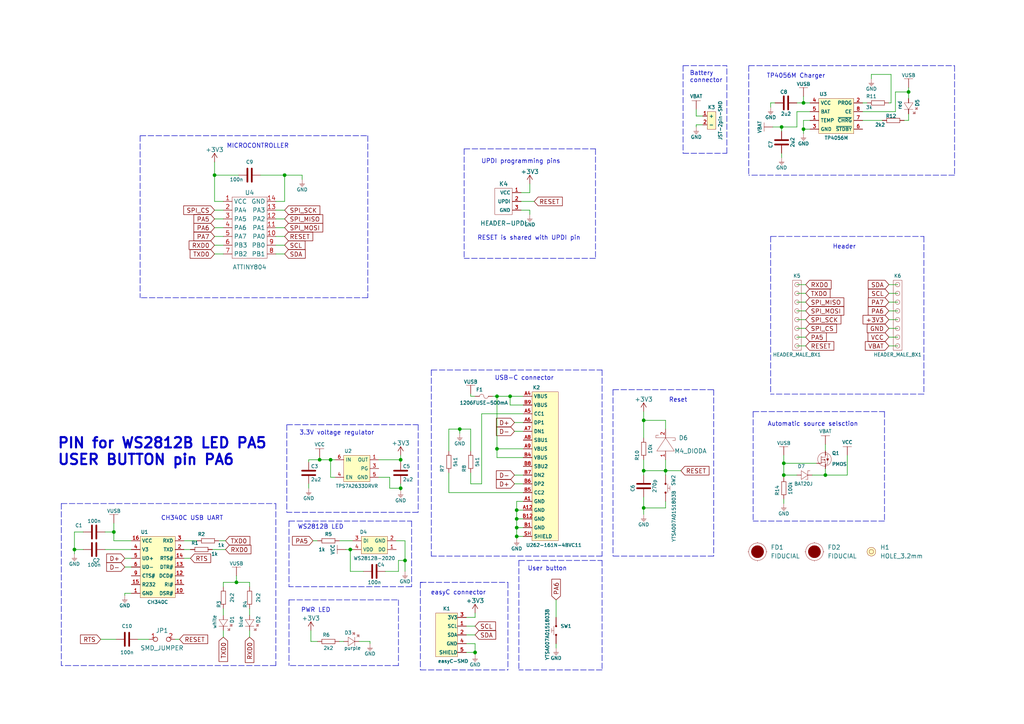
<source format=kicad_sch>
(kicad_sch (version 20211123) (generator eeschema)
  (paper "A4")
  (title_block (title "Dasduino LITE") (date "2021-09-23") (rev "V1.1.1.") (company "SOLDERED") (comment 1 "333008"))
  (lib_symbols
    (symbol "e-radionica.com schematics:0402LED" (pin_numbers hide) (pin_names (offset 0.254) hide)
      (property "Reference" "D" (at -0.635 2.54 0))
      (property "Value" "0402LED" (at 0 -2.54 0))
      (symbol "0402LED_1_1"
        (pin passive line (at -1.905 0 0) (length 1.27) (name "A") (number "1"))
        (pin passive line (at 2.54 0 180) (length 1.27) (name "K") (number "2"))
      )
    )
    (symbol "e-radionica.com schematics:0402LED_1" (pin_numbers hide) (pin_names (offset 0.254) hide)
      (property "Reference" "D" (at -0.635 2.54 0))
      (property "Value" "0402LED" (at 0 -2.54 0))
      (symbol "0402LED_1_1_1"
        (pin passive line (at -1.905 0 0) (length 1.27) (name "A") (number "1"))
        (pin passive line (at 2.54 0 180) (length 1.27) (name "K") (number "2"))
      )
    )
    (symbol "e-radionica.com schematics:0402LED_3" (pin_numbers hide) (pin_names (offset 0.254) hide)
      (property "Reference" "D" (at -0.635 2.54 0))
      (property "Value" "0402LED" (at 0 -2.54 0))
      (symbol "0402LED_3_1_1"
        (pin passive line (at -1.905 0 0) (length 1.27) (name "A") (number "1"))
        (pin passive line (at 2.54 0 180) (length 1.27) (name "K") (number "2"))
      )
    )
    (symbol "e-radionica.com schematics:0402R" (pin_numbers hide) (pin_names (offset 0.254))
      (property "Reference" "R" (at -1.905 1.27 0))
      (property "Value" "0402R" (at 0 -1.27 0))
      (symbol "0402R_1_1"
        (pin passive line (at -3.175 0 0) (length 1.27) (name "~") (number "1"))
        (pin passive line (at 3.175 0 180) (length 1.27) (name "~") (number "2"))
      )
    )
    (symbol "e-radionica.com schematics:0402R_1" (pin_numbers hide) (pin_names (offset 0.254))
      (property "Reference" "R" (at -1.905 1.27 0))
      (property "Value" "0402R" (at 0 -1.27 0))
      (symbol "0402R_1_1_1"
        (pin passive line (at -3.175 0 0) (length 1.27) (name "~") (number "1"))
        (pin passive line (at 3.175 0 180) (length 1.27) (name "~") (number "2"))
      )
    )
    (symbol "e-radionica.com schematics:0402R_2" (pin_numbers hide) (pin_names (offset 0.254))
      (property "Reference" "R" (at -1.905 1.27 0))
      (property "Value" "0402R" (at 0 -1.27 0))
      (symbol "0402R_2_1_1"
        (pin passive line (at -3.175 0 0) (length 1.27) (name "~") (number "1"))
        (pin passive line (at 3.175 0 180) (length 1.27) (name "~") (number "2"))
      )
    )
    (symbol "e-radionica.com schematics:0603C" (pin_numbers hide) (pin_names (offset 0.002))
      (property "Reference" "C" (at -0.635 3.175 0))
      (property "Value" "0603C" (at 0 -3.175 0))
      (symbol "0603C_1_1"
        (pin passive line (at -3.175 0 0) (length 2.54) (name "~") (number "1"))
        (pin passive line (at 3.175 0 180) (length 2.54) (name "~") (number "2"))
      )
    )
    (symbol "e-radionica.com schematics:0603C_3" (pin_numbers hide) (pin_names (offset 0.002))
      (property "Reference" "C" (at -0.635 3.175 0))
      (property "Value" "0603C" (at 0 -3.175 0))
      (symbol "0603C_3_1_1"
        (pin passive line (at -3.175 0 0) (length 2.54) (name "~") (number "1"))
        (pin passive line (at 3.175 0 180) (length 2.54) (name "~") (number "2"))
      )
    )
    (symbol "e-radionica.com schematics:0603C_4" (pin_numbers hide) (pin_names (offset 0.002))
      (property "Reference" "C" (at -0.635 3.175 0))
      (property "Value" "0603C" (at 0 -3.175 0))
      (symbol "0603C_4_1_1"
        (pin passive line (at -3.175 0 0) (length 2.54) (name "~") (number "1"))
        (pin passive line (at 3.175 0 180) (length 2.54) (name "~") (number "2"))
      )
    )
    (symbol "e-radionica.com schematics:0603C_5" (pin_numbers hide) (pin_names (offset 0.002))
      (property "Reference" "C" (at -0.635 3.175 0))
      (property "Value" "0603C" (at 0 -3.175 0))
      (symbol "0603C_5_1_1"
        (pin passive line (at -3.175 0 0) (length 2.54) (name "~") (number "1"))
        (pin passive line (at 3.175 0 180) (length 2.54) (name "~") (number "2"))
      )
    )
    (symbol "e-radionica.com schematics:0603R" (pin_numbers hide) (pin_names (offset 0.254))
      (property "Reference" "R" (at -1.905 1.905 0))
      (property "Value" "0603R" (at 0 -1.905 0))
      (symbol "0603R_1_1"
        (pin passive line (at -3.175 0 0) (length 1.27) (name "~") (number "1"))
        (pin passive line (at 3.175 0 180) (length 1.27) (name "~") (number "2"))
      )
    )
    (symbol "e-radionica.com schematics:0603R_1" (pin_numbers hide) (pin_names (offset 0.254))
      (property "Reference" "R" (at -1.905 1.905 0))
      (property "Value" "0603R" (at 0 -1.905 0))
      (symbol "0603R_1_1_1"
        (pin passive line (at -3.175 0 0) (length 1.27) (name "~") (number "1"))
        (pin passive line (at 3.175 0 180) (length 1.27) (name "~") (number "2"))
      )
    )
    (symbol "e-radionica.com schematics:0603R_2" (pin_numbers hide) (pin_names (offset 0.254))
      (property "Reference" "R" (at -1.905 1.905 0))
      (property "Value" "0603R" (at 0 -1.905 0))
      (symbol "0603R_2_1_1"
        (pin passive line (at -3.175 0 0) (length 1.27) (name "~") (number "1"))
        (pin passive line (at 3.175 0 180) (length 1.27) (name "~") (number "2"))
      )
    )
    (symbol "e-radionica.com schematics:0603R_3" (pin_numbers hide) (pin_names (offset 0.254))
      (property "Reference" "R" (at -1.905 1.905 0))
      (property "Value" "0603R" (at 0 -1.905 0))
      (symbol "0603R_3_1_1"
        (pin passive line (at -3.175 0 0) (length 1.27) (name "~") (number "1"))
        (pin passive line (at 3.175 0 180) (length 1.27) (name "~") (number "2"))
      )
    )
    (symbol "e-radionica.com schematics:0603R_4" (pin_numbers hide) (pin_names (offset 0.254))
      (property "Reference" "R" (at -1.905 1.905 0))
      (property "Value" "0603R" (at 0 -1.905 0))
      (symbol "0603R_4_1_1"
        (pin passive line (at -3.175 0 0) (length 1.27) (name "~") (number "1"))
        (pin passive line (at 3.175 0 180) (length 1.27) (name "~") (number "2"))
      )
    )
    (symbol "e-radionica.com schematics:0603R_5" (pin_numbers hide) (pin_names (offset 0.254))
      (property "Reference" "R" (at -1.905 1.905 0))
      (property "Value" "0603R" (at 0 -1.905 0))
      (symbol "0603R_5_1_1"
        (pin passive line (at -3.175 0 0) (length 1.27) (name "~") (number "1"))
        (pin passive line (at 3.175 0 180) (length 1.27) (name "~") (number "2"))
      )
    )
    (symbol "e-radionica.com schematics:1206FUSE" (pin_numbers hide) (pin_names hide)
      (property "Reference" "F" (at -1.27 1.905 0))
      (property "Value" "1206FUSE" (at 0 -1.905 0))
      (symbol "1206FUSE_1_1"
        (pin passive line (at -2.54 0 0) (length 1.27) (name "~") (number "1"))
        (pin passive line (at 2.54 0 180) (length 1.27) (name "~") (number "2"))
      )
    )
    (symbol "e-radionica.com schematics:ATTINY1604-SSNR"
      (property "Reference" "U" (at 0 10.16 0))
      (property "Value" "ATTINY1604-SSNR" (at 0 -10.16 0))
      (symbol "ATTINY1604-SSNR_1_1"
        (pin passive line (at -7.62 7.62 0) (length 2.54) (name "VCC") (number "1"))
        (pin passive line (at 7.62 -2.54 180) (length 2.54) (name "PA0") (number "10"))
        (pin passive line (at 7.62 0 180) (length 2.54) (name "PA1") (number "11"))
        (pin passive line (at 7.62 2.54 180) (length 2.54) (name "PA2") (number "12"))
        (pin passive line (at 7.62 5.08 180) (length 2.54) (name "PA3") (number "13"))
        (pin passive line (at 7.62 7.62 180) (length 2.54) (name "GND") (number "14"))
        (pin passive line (at -7.62 5.08 0) (length 2.54) (name "PA4") (number "2"))
        (pin passive line (at -7.62 2.54 0) (length 2.54) (name "PA5") (number "3"))
        (pin passive line (at -7.62 0 0) (length 2.54) (name "PA6") (number "4"))
        (pin passive line (at -7.62 -2.54 0) (length 2.54) (name "PA7") (number "5"))
        (pin passive line (at -7.62 -5.08 0) (length 2.54) (name "PB3") (number "6"))
        (pin passive line (at -7.62 -7.62 0) (length 2.54) (name "PB2") (number "7"))
        (pin passive line (at 7.62 -7.62 180) (length 2.54) (name "PB1") (number "8"))
        (pin passive line (at 7.62 -5.08 180) (length 2.54) (name "PB0") (number "9"))
      )
    )
    (symbol "e-radionica.com schematics:BAT20J" (pin_numbers hide) (pin_names hide)
      (property "Reference" "D" (at 0 2.54 0))
      (property "Value" "BAT20J" (at 0 -2.54 0))
      (symbol "BAT20J_1_1"
        (pin passive line (at -1.905 0 0) (length 1.27) (name "A") (number "1"))
        (pin passive line (at 2.54 0 180) (length 1.27) (name "K") (number "2"))
      )
    )
    (symbol "e-radionica.com schematics:CH340C"
      (property "Reference" "U" (at -3.81 10.16 0))
      (property "Value" "CH340C" (at 0 -10.16 0))
      (symbol "CH340C_1_1"
        (pin passive line (at -7.62 -7.62 0) (length 2.54) (name "GND") (number "1"))
        (pin passive line (at 7.62 -7.62 180) (length 2.54) (name "DSR#") (number "10"))
        (pin passive line (at 7.62 -5.08 180) (length 2.54) (name "RI#") (number "11"))
        (pin passive line (at 7.62 -2.54 180) (length 2.54) (name "DCD#") (number "12"))
        (pin passive line (at 7.62 0 180) (length 2.54) (name "DTR#") (number "13"))
        (pin passive line (at 7.62 2.54 180) (length 2.54) (name "RTS#") (number "14"))
        (pin passive line (at -7.62 -5.08 0) (length 2.54) (name "R232") (number "15"))
        (pin passive line (at -7.62 7.62 0) (length 2.54) (name "VCC") (number "16"))
        (pin passive line (at 7.62 5.08 180) (length 2.54) (name "TXD") (number "2"))
        (pin passive line (at 7.62 7.62 180) (length 2.54) (name "RXD") (number "3"))
        (pin passive line (at -7.62 5.08 0) (length 2.54) (name "V3") (number "4"))
        (pin passive line (at -7.62 2.54 0) (length 2.54) (name "UD+") (number "5"))
        (pin passive line (at -7.62 0 0) (length 2.54) (name "UD-") (number "6"))
        (pin passive line (at -7.62 -2.54 0) (length 2.54) (name "CTS#") (number "9"))
      )
    )
    (symbol "e-radionica.com schematics:FIDUCIAL" (in_bom no)
      (property "Reference" "FD" (at 0 3.81 0))
      (property "Value" "FIDUCIAL" (at 0 -3.81 0))
    )
    (symbol "e-radionica.com schematics:GND" (power) (pin_names (offset 0))
      (property "Value" "GND" (at 0 -2.921 0))
      (symbol "GND_1_1"
        (pin power_in line (at 0 0 270) (length 0) hide (name "GND") (number "1"))
      )
    )
    (symbol "e-radionica.com schematics:GND_1" (power) (pin_names (offset 0))
      (property "Value" "GND" (at 0 -2.921 0))
      (symbol "GND_1_1_1"
        (pin power_in line (at 0 0 270) (length 0) hide (name "GND") (number "1"))
      )
    )
    (symbol "e-radionica.com schematics:GND_2" (power) (pin_names (offset 0))
      (property "Value" "GND" (at 0 -2.921 0))
      (symbol "GND_2_1_1"
        (pin power_in line (at 0 0 270) (length 0) hide (name "GND") (number "1"))
      )
    )
    (symbol "e-radionica.com schematics:GND_3" (power) (pin_names (offset 0))
      (property "Value" "GND" (at 0 -2.921 0))
      (symbol "GND_3_1_1"
        (pin power_in line (at 0 0 270) (length 0) hide (name "GND") (number "1"))
      )
    )
    (symbol "e-radionica.com schematics:GND_4" (power) (pin_names (offset 0))
      (property "Value" "GND" (at 0 -2.921 0))
      (symbol "GND_4_1_1"
        (pin power_in line (at 0 0 270) (length 0) hide (name "GND") (number "1"))
      )
    )
    (symbol "e-radionica.com schematics:GND_5" (power) (pin_names (offset 0))
      (property "Value" "GND" (at 0 -2.921 0))
      (symbol "GND_5_1_1"
        (pin power_in line (at 0 0 270) (length 0) hide (name "GND") (number "1"))
      )
    )
    (symbol "e-radionica.com schematics:GND_7" (power) (pin_names (offset 0))
      (property "Value" "GND" (at 0 -2.921 0))
      (symbol "GND_7_1_1"
        (pin power_in line (at 0 0 270) (length 0) hide (name "GND") (number "1"))
      )
    )
    (symbol "e-radionica.com schematics:GND_8" (power) (pin_names (offset 0))
      (property "Value" "GND" (at 0 -2.921 0))
      (symbol "GND_8_1_1"
        (pin power_in line (at 0 0 270) (length 0) hide (name "GND") (number "1"))
      )
    )
    (symbol "e-radionica.com schematics:HEADER-UPDI"
      (property "Reference" "K" (at -1.27 5.08 0))
      (property "Value" "HEADER-UPDI" (at 0 -5.08 0))
      (symbol "HEADER-UPDI_1_1"
        (pin power_in line (at 5.08 2.54 180) (length 2.54) (name "VCC") (number "1"))
        (pin bidirectional line (at 5.08 0 180) (length 2.54) (name "UPDI") (number "2"))
        (pin power_in line (at 5.08 -2.54 180) (length 2.54) (name "GND") (number "3"))
      )
    )
    (symbol "e-radionica.com schematics:HEADER_MALE_8X1" (pin_numbers hide) (pin_names hide)
      (property "Reference" "K" (at -0.635 12.7 0))
      (property "Value" "HEADER_MALE_8X1" (at 0.635 -10.16 0))
      (symbol "HEADER_MALE_8X1_1_1"
        (pin passive line (at 0 -7.62 180) (length 0) (name "~") (number "1"))
        (pin passive line (at 0 -5.08 180) (length 0) (name "~") (number "2"))
        (pin passive line (at 0 -2.54 180) (length 0) (name "~") (number "3"))
        (pin passive line (at 0 0 180) (length 0) (name "~") (number "4"))
        (pin passive line (at 0 2.54 180) (length 0) (name "~") (number "5"))
        (pin passive line (at 0 5.08 180) (length 0) (name "~") (number "6"))
        (pin passive line (at 0 7.62 180) (length 0) (name "~") (number "7"))
        (pin passive line (at 0 10.16 180) (length 0) (name "~") (number "8"))
      )
    )
    (symbol "e-radionica.com schematics:HOLE_3.2mm" (pin_numbers hide) (pin_names hide)
      (property "Reference" "H" (at 0 2.54 0))
      (property "Value" "HOLE_3.2mm" (at 0 -2.54 0))
    )
    (symbol "e-radionica.com schematics:JST-2pin-SMD"
      (property "Reference" "K" (at -1.27 5.08 0))
      (property "Value" "JST-2pin-SMD" (at 0 -2.54 0))
      (symbol "JST-2pin-SMD_1_1"
        (pin passive line (at 1.27 0 180) (length 1.27) (name "+") (number "1"))
        (pin passive line (at 1.27 2.54 180) (length 1.27) (name "-") (number "2"))
      )
    )
    (symbol "e-radionica.com schematics:M4_DIODA" (pin_names hide)
      (property "Reference" "D" (at 0 3.81 0))
      (property "Value" "M4_DIODA" (at 0 -4.572 0))
      (symbol "M4_DIODA_1_1"
        (pin passive line (at -5.08 0 0) (length 2.54) (name "A") (number "1"))
        (pin passive line (at 3.81 0 180) (length 2.54) (name "K") (number "2"))
      )
    )
    (symbol "e-radionica.com schematics:PMOS-SOT-23-3" (pin_numbers hide) (pin_names hide)
      (property "Reference" "Q" (at -0.762 3.302 0))
      (property "Value" "PMOS-SOT-23-3" (at 0.381 -4.064 0))
      (symbol "PMOS-SOT-23-3_1_1"
        (pin passive line (at -1.27 -1.016 0) (length 1.27) (name "G") (number "1"))
        (pin passive line (at 1.27 -2.54 90) (length 1.27) (name "S") (number "2"))
        (pin passive line (at 1.27 2.54 270) (length 1.27) (name "D") (number "3"))
      )
    )
    (symbol "e-radionica.com schematics:SMD_JUMPER"
      (property "Reference" "JP" (at 0 1.397 0))
      (property "Value" "SMD_JUMPER" (at 0.508 -3.048 0))
      (symbol "SMD_JUMPER_1_1"
        (pin passive inverted (at -3.81 0 0) (length 2.54) (name "") (number "1"))
        (pin passive inverted (at 3.81 0 180) (length 2.54) (name "") (number "2"))
      )
    )
    (symbol "e-radionica.com schematics:TP4056M"
      (property "Reference" "U" (at -3.81 5.08 0))
      (property "Value" "TP4056M" (at 0 -7.62 0))
      (symbol "TP4056M_1_1"
        (pin passive line (at -7.62 -2.54 0) (length 2.54) (name "TEMP") (number "1"))
        (pin passive line (at 7.62 2.54 180) (length 2.54) (name "PROG") (number "2"))
        (pin passive line (at -7.62 -5.08 0) (length 2.54) (name "GND") (number "3"))
        (pin passive line (at -7.62 2.54 0) (length 2.54) (name "VCC") (number "4"))
        (pin passive line (at -7.62 0 0) (length 2.54) (name "BAT") (number "5"))
        (pin passive line (at 7.62 -5.08 180) (length 2.54) (name "~{STDBY}") (number "6"))
        (pin passive line (at 7.62 -2.54 180) (length 2.54) (name "~{CHRG}") (number "7"))
        (pin passive line (at 7.62 0 180) (length 2.54) (name "CE") (number "8"))
      )
    )
    (symbol "e-radionica.com schematics:TPS7A2633DRVR"
      (property "Reference" "U" (at -3.175 5.08 0))
      (property "Value" "TPS7A2633DRVR" (at 0 -5.08 0))
      (symbol "TPS7A2633DRVR_1_1"
        (pin passive line (at 6.35 2.54 180) (length 2.54) (name "OUT") (number "1"))
        (pin passive line (at 6.35 0 180) (length 2.54) (name "PG") (number "3"))
        (pin passive line (at -6.35 -2.54 0) (length 2.54) (name "EN") (number "4"))
        (pin passive line (at 6.35 -2.54 180) (length 2.54) (name "GND") (number "5"))
        (pin passive line (at -6.35 2.54 0) (length 2.54) (name "IN") (number "6"))
      )
    )
    (symbol "e-radionica.com schematics:U262-161N-4BVC11"
      (property "Reference" "K" (at 0 22.86 0))
      (property "Value" "U262-161N-4BVC11" (at 2.54 -22.86 0))
      (symbol "U262-161N-4BVC11_1_1"
        (pin passive line (at -3.81 -10.16 0) (length 2.54) (name "GND") (number "A1"))
        (pin passive line (at -3.81 -12.7 0) (length 2.54) (name "GND") (number "A12"))
        (pin passive line (at -3.81 20.32 0) (length 2.54) (name "VBUS") (number "A4"))
        (pin passive line (at -3.81 15.24 0) (length 2.54) (name "CC1") (number "A5"))
        (pin passive line (at -3.81 12.7 0) (length 2.54) (name "DP1") (number "A6"))
        (pin passive line (at -3.81 10.16 0) (length 2.54) (name "DN1") (number "A7"))
        (pin passive line (at -3.81 7.62 0) (length 2.54) (name "SBU1") (number "A8"))
        (pin passive line (at -3.81 5.08 0) (length 2.54) (name "VBUS") (number "A9"))
        (pin passive line (at -3.81 -17.78 0) (length 2.54) (name "GND") (number "B1"))
        (pin passive line (at -3.81 -15.24 0) (length 2.54) (name "GND") (number "B12"))
        (pin passive line (at -3.81 2.54 0) (length 2.54) (name "VBUS") (number "B4"))
        (pin passive line (at -3.81 -7.62 0) (length 2.54) (name "CC2") (number "B5"))
        (pin passive line (at -3.81 -5.08 0) (length 2.54) (name "DP2") (number "B6"))
        (pin passive line (at -3.81 -2.54 0) (length 2.54) (name "DN2") (number "B7"))
        (pin passive line (at -3.81 0 0) (length 2.54) (name "SBU2") (number "B8"))
        (pin passive line (at -3.81 17.78 0) (length 2.54) (name "VBUS") (number "B9"))
        (pin passive line (at -3.81 -20.32 0) (length 2.54) (name "SHIELD") (number "SH"))
      )
    )
    (symbol "e-radionica.com schematics:VBAT" (power) (pin_names (offset 0))
      (property "Value" "VBAT" (at 0 3.556 0))
      (symbol "VBAT_1_1"
        (pin power_in line (at 0 0 90) (length 0) hide (name "VBAT") (number "1"))
      )
    )
    (symbol "e-radionica.com schematics:VCC" (power) (pin_names (offset 0))
      (property "Value" "VCC" (at 0 3.556 0))
      (symbol "VCC_1_1"
        (pin power_in line (at 0 0 90) (length 0) hide (name "VCC") (number "1"))
      )
    )
    (symbol "e-radionica.com schematics:VUSB" (power) (pin_names (offset 0))
      (property "Value" "VUSB" (at 0 3.556 0))
      (symbol "VUSB_1_1"
        (pin power_in line (at 0 0 90) (length 0) hide (name "VUSB") (number "1"))
      )
    )
    (symbol "e-radionica.com schematics:VUSB_1" (power) (pin_names (offset 0))
      (property "Value" "VUSB" (at 0 3.556 0))
      (symbol "VUSB_1_1_1"
        (pin power_in line (at 0 0 90) (length 0) hide (name "VUSB") (number "1"))
      )
    )
    (symbol "e-radionica.com schematics:VUSB_2" (power) (pin_names (offset 0))
      (property "Value" "VUSB" (at 0 3.556 0))
      (symbol "VUSB_2_1_1"
        (pin power_in line (at 0 0 90) (length 0) hide (name "VUSB") (number "1"))
      )
    )
    (symbol "e-radionica.com schematics:VUSB_3" (power) (pin_names (offset 0))
      (property "Value" "VUSB" (at 0 3.556 0))
      (symbol "VUSB_3_1_1"
        (pin power_in line (at 0 0 90) (length 0) hide (name "VUSB") (number "1"))
      )
    )
    (symbol "e-radionica.com schematics:VUSB_4" (power) (pin_names (offset 0))
      (property "Value" "VUSB" (at 0 3.556 0))
      (symbol "VUSB_4_1_1"
        (pin power_in line (at 0 0 90) (length 0) hide (name "VUSB") (number "1"))
      )
    )
    (symbol "e-radionica.com schematics:WS2812B-2020"
      (property "Reference" "D" (at -2.54 3.81 0))
      (property "Value" "WS2812B-2020" (at 0 -3.81 0))
      (symbol "WS2812B-2020_1_1"
        (pin passive line (at 6.35 -1.27 180) (length 2.54) (name "DO") (number "1"))
        (pin passive line (at 6.35 1.27 180) (length 2.54) (name "GND") (number "2"))
        (pin passive line (at -6.35 1.27 0) (length 2.54) (name "DI") (number "3"))
        (pin passive line (at -6.35 -1.27 0) (length 2.54) (name "VDD") (number "4"))
      )
    )
    (symbol "e-radionica.com schematics:YTSA007A0151803B" (pin_numbers hide) (pin_names hide)
      (property "Reference" "SW" (at -1.016 2.286 0))
      (property "Value" "YTSA007A0151803B" (at 1.778 -2.032 0))
      (symbol "YTSA007A0151803B_1_1"
        (pin passive line (at -2.54 0 0) (length 2.54) (name "~") (number "1"))
        (pin passive line (at 5.08 0 180) (length 2.54) (name "~") (number "2"))
      )
    )
    (symbol "e-radionica.com schematics:easyC-SMD" (pin_names (offset 0.002))
      (property "Reference" "K" (at -2.54 10.16 0))
      (property "Value" "easyC-SMD" (at 0 -5.08 0))
      (symbol "easyC-SMD_1_1"
        (pin passive line (at 5.715 5.08 180) (length 2.54) (name "SCL") (number "1"))
        (pin passive line (at 5.715 2.54 180) (length 2.54) (name "SDA") (number "2"))
        (pin passive line (at 5.715 7.62 180) (length 2.54) (name "3V3") (number "3"))
        (pin passive line (at 5.715 0 180) (length 2.54) (name "GND") (number "4"))
        (pin passive line (at 5.715 -2.54 180) (length 2.54) (name "SHIELD") (number "5"))
      )
    )
    (symbol "power:+3V3" (power) (pin_names (offset 0))
      (property "Value" "+3V3" (at 0 3.556 0))
      (symbol "+3V3_1_1"
        (pin power_in line (at 0 0 90) (length 0) hide (name "+3V3") (number "1"))
      )
    )
  )
  (junction (at 186.69 121.92) (diameter 0.9144))
  (junction (at 186.69 136.525) (diameter 0.9144))
  (junction (at 149.86 150.495) (diameter 0.9144))
  (junction (at 144.145 130.175) (diameter 0.9144))
  (junction (at 92.71 133.35) (diameter 0.9144))
  (junction (at 95.885 133.35) (diameter 0.9144))
  (junction (at 117.475 162.56) (diameter 0.9144))
  (junction (at 116.205 141.605) (diameter 0.9144))
  (junction (at 21.59 159.385) (diameter 0.9144))
  (junction (at 233.045 37.465) (diameter 0.9144))
  (junction (at 116.205 133.35) (diameter 0.9144))
  (junction (at 186.69 147.32) (diameter 0.9144))
  (junction (at 149.86 153.035) (diameter 0.9144))
  (junction (at 82.55 50.8) (diameter 0.9144))
  (junction (at 149.86 155.575) (diameter 0.9144))
  (junction (at 227.33 134.366) (diameter 0.9144))
  (junction (at 227.33 137.795) (diameter 0.9144))
  (junction (at 149.86 147.955) (diameter 0.9144))
  (junction (at 137.795 189.23) (diameter 0.9144))
  (junction (at 33.02 154.305) (diameter 0.9144))
  (junction (at 144.145 114.935) (diameter 0.9144))
  (junction (at 226.695 36.83) (diameter 0.9144))
  (junction (at 263.525 26.67) (diameter 0.9144))
  (junction (at 147.955 114.935) (diameter 0.9144))
  (junction (at 233.045 29.845) (diameter 0.9144))
  (junction (at 239.395 137.795) (diameter 0.9144))
  (junction (at 193.04 136.525) (diameter 0.9144))
  (junction (at 101.6 159.385) (diameter 0.9144))
  (junction (at 68.58 168.91) (diameter 0.9144))
  (junction (at 62.23 50.8) (diameter 0.9144))
  (junction (at 133.35 124.46) (diameter 0.9144))
  (polyline (pts (xy 256.54 119.38) (xy 256.54 151.13)) (stroke (width 0) (type dash)))
  (wire (pts (xy 149.86 155.575) (xy 149.86 156.21)))
  (polyline (pts (xy 218.44 119.38) (xy 218.44 151.13)) (stroke (width 0) (type dash)))
  (wire (pts (xy 234.95 37.465) (xy 233.045 37.465)))
  (polyline (pts (xy 17.78 146.05) (xy 17.78 193.04)) (stroke (width 0) (type dash)))
  (wire (pts (xy 136.525 140.335) (xy 139.7 140.335)))
  (wire (pts (xy 116.205 132.08) (xy 116.205 133.35)))
  (wire (pts (xy 24.13 159.385) (xy 21.59 159.385)))
  (wire (pts (xy 64.77 182.88) (xy 64.77 184.785)))
  (wire (pts (xy 105.41 165.735) (xy 101.6 165.735)))
  (wire (pts (xy 149.86 145.415) (xy 149.86 147.955)))
  (wire (pts (xy 36.195 172.085) (xy 36.195 172.72)))
  (wire (pts (xy 62.23 46.99) (xy 62.23 50.8)))
  (wire (pts (xy 62.23 50.8) (xy 62.23 58.42)))
  (wire (pts (xy 203.835 33.655) (xy 201.93 33.655)))
  (wire (pts (xy 142.875 114.935) (xy 144.145 114.935)))
  (wire (pts (xy 64.77 176.53) (xy 64.77 178.435)))
  (wire (pts (xy 80.01 60.96) (xy 82.55 60.96)))
  (wire (pts (xy 139.7 140.335) (xy 139.7 120.015)))
  (wire (pts (xy 234.95 32.385) (xy 231.14 32.385)))
  (wire (pts (xy 151.13 58.42) (xy 154.94 58.42)))
  (polyline (pts (xy 147.32 168.91) (xy 147.32 194.31)) (stroke (width 0) (type dash)))
  (wire (pts (xy 201.93 33.655) (xy 201.93 31.75)))
  (wire (pts (xy 50.8 185.42) (xy 52.07 185.42)))
  (polyline (pts (xy 172.72 43.18) (xy 172.72 74.93)) (stroke (width 0) (type dash)))
  (wire (pts (xy 30.48 159.385) (xy 38.1 159.385)))
  (wire (pts (xy 263.525 26.67) (xy 263.525 28.575)))
  (polyline (pts (xy 217.17 19.05) (xy 276.86 19.05)) (stroke (width 0) (type dash)))
  (polyline (pts (xy 198.12 19.05) (xy 198.12 44.45)) (stroke (width 0) (type dash)))
  (wire (pts (xy 64.77 170.18) (xy 64.77 168.91)))
  (polyline (pts (xy 83.185 123.19) (xy 83.185 148.59)) (stroke (width 0) (type dash)))
  (wire (pts (xy 233.045 37.465) (xy 233.045 38.735)))
  (wire (pts (xy 116.205 133.35) (xy 116.205 133.985)))
  (polyline (pts (xy 83.82 173.99) (xy 83.82 193.04)) (stroke (width 0) (type dash)))
  (wire (pts (xy 226.695 36.83) (xy 231.14 36.83)))
  (wire (pts (xy 21.59 159.385) (xy 21.59 160.655)))
  (wire (pts (xy 193.04 136.525) (xy 197.485 136.525)))
  (wire (pts (xy 144.145 130.175) (xy 151.765 130.175)))
  (wire (pts (xy 149.225 125.095) (xy 151.765 125.095)))
  (wire (pts (xy 72.39 176.53) (xy 72.39 178.435)))
  (wire (pts (xy 136.525 124.46) (xy 136.525 130.81)))
  (wire (pts (xy 135.255 184.15) (xy 137.795 184.15)))
  (wire (pts (xy 231.14 92.71) (xy 233.68 92.71)))
  (wire (pts (xy 186.69 144.145) (xy 186.69 147.32)))
  (wire (pts (xy 53.34 161.925) (xy 55.245 161.925)))
  (wire (pts (xy 114.935 156.845) (xy 117.475 156.845)))
  (polyline (pts (xy 174.625 194.31) (xy 150.495 194.31)) (stroke (width 0) (type dash)))
  (wire (pts (xy 33.02 154.305) (xy 33.02 151.765)))
  (wire (pts (xy 135.255 181.61) (xy 137.795 181.61)))
  (wire (pts (xy 90.805 156.845) (xy 92.075 156.845)))
  (polyline (pts (xy 223.52 68.58) (xy 267.97 68.58)) (stroke (width 0) (type dash)))
  (wire (pts (xy 186.69 136.525) (xy 193.04 136.525)))
  (wire (pts (xy 62.23 71.12) (xy 64.77 71.12)))
  (wire (pts (xy 80.01 66.04) (xy 82.55 66.04)))
  (wire (pts (xy 257.81 87.63) (xy 260.35 87.63)))
  (wire (pts (xy 227.33 144.78) (xy 227.33 146.05)))
  (wire (pts (xy 186.69 147.32) (xy 193.04 147.32)))
  (wire (pts (xy 235.585 137.795) (xy 239.395 137.795)))
  (wire (pts (xy 250.19 29.845) (xy 251.46 29.845)))
  (wire (pts (xy 137.795 179.07) (xy 137.795 177.8)))
  (wire (pts (xy 38.1 156.845) (xy 33.02 156.845)))
  (wire (pts (xy 226.695 44.45) (xy 226.695 45.72)))
  (wire (pts (xy 259.715 26.67) (xy 263.525 26.67)))
  (wire (pts (xy 115.57 165.735) (xy 115.57 162.56)))
  (wire (pts (xy 95.885 133.35) (xy 92.71 133.35)))
  (wire (pts (xy 68.58 167.005) (xy 68.58 168.91)))
  (wire (pts (xy 136.525 137.16) (xy 136.525 140.335)))
  (wire (pts (xy 62.23 58.42) (xy 64.77 58.42)))
  (wire (pts (xy 62.23 63.5) (xy 64.77 63.5)))
  (wire (pts (xy 144.145 130.175) (xy 144.145 114.935)))
  (wire (pts (xy 227.33 134.366) (xy 236.855 134.366)))
  (wire (pts (xy 186.69 136.525) (xy 186.69 137.795)))
  (wire (pts (xy 113.03 141.605) (xy 116.205 141.605)))
  (wire (pts (xy 231.14 95.25) (xy 233.68 95.25)))
  (wire (pts (xy 250.19 34.925) (xy 255.905 34.925)))
  (wire (pts (xy 203.835 36.195) (xy 201.93 36.195)))
  (wire (pts (xy 98.425 156.845) (xy 102.235 156.845)))
  (polyline (pts (xy 80.01 146.05) (xy 80.01 193.04)) (stroke (width 0) (type dash)))
  (wire (pts (xy 258.445 29.845) (xy 258.445 21.59)))
  (wire (pts (xy 72.39 168.91) (xy 68.58 168.91)))
  (wire (pts (xy 239.395 137.795) (xy 239.395 135.89)))
  (wire (pts (xy 97.155 138.43) (xy 95.885 138.43)))
  (wire (pts (xy 33.02 156.845) (xy 33.02 154.305)))
  (wire (pts (xy 149.86 147.955) (xy 149.86 150.495)))
  (wire (pts (xy 95.885 138.43) (xy 95.885 133.35)))
  (wire (pts (xy 135.255 186.69) (xy 137.795 186.69)))
  (wire (pts (xy 24.13 154.305) (xy 21.59 154.305)))
  (wire (pts (xy 116.205 140.335) (xy 116.205 141.605)))
  (wire (pts (xy 130.175 124.46) (xy 133.35 124.46)))
  (wire (pts (xy 223.52 29.845) (xy 223.52 31.115)))
  (wire (pts (xy 231.14 87.63) (xy 233.68 87.63)))
  (wire (pts (xy 62.23 60.96) (xy 64.77 60.96)))
  (wire (pts (xy 101.6 165.735) (xy 101.6 159.385)))
  (wire (pts (xy 161.29 186.69) (xy 161.29 187.96)))
  (wire (pts (xy 250.19 32.385) (xy 259.715 32.385)))
  (polyline (pts (xy 115.57 193.04) (xy 83.82 193.04)) (stroke (width 0) (type dash)))
  (wire (pts (xy 36.195 161.925) (xy 38.1 161.925)))
  (wire (pts (xy 149.86 150.495) (xy 151.765 150.495)))
  (wire (pts (xy 193.04 145.415) (xy 193.04 147.32)))
  (wire (pts (xy 107.315 186.055) (xy 107.315 186.69)))
  (polyline (pts (xy 83.82 173.99) (xy 115.57 173.99)) (stroke (width 0) (type dash)))
  (wire (pts (xy 62.23 50.8) (xy 69.215 50.8)))
  (wire (pts (xy 149.86 147.955) (xy 151.765 147.955)))
  (wire (pts (xy 231.14 32.385) (xy 231.14 36.83)))
  (wire (pts (xy 72.39 182.88) (xy 72.39 184.785)))
  (wire (pts (xy 245.745 132.08) (xy 245.745 137.795)))
  (polyline (pts (xy 40.64 39.37) (xy 40.64 86.36)) (stroke (width 0) (type dash)))
  (wire (pts (xy 263.525 25.4) (xy 263.525 26.67)))
  (wire (pts (xy 90.17 186.055) (xy 90.17 182.88)))
  (wire (pts (xy 92.075 186.055) (xy 90.17 186.055)))
  (wire (pts (xy 115.57 162.56) (xy 117.475 162.56)))
  (wire (pts (xy 80.01 68.58) (xy 82.55 68.58)))
  (wire (pts (xy 147.955 114.935) (xy 151.765 114.935)))
  (wire (pts (xy 149.86 150.495) (xy 149.86 153.035)))
  (wire (pts (xy 263.525 34.925) (xy 263.525 33.02)))
  (wire (pts (xy 193.04 121.92) (xy 186.69 121.92)))
  (wire (pts (xy 193.04 124.46) (xy 193.04 121.92)))
  (wire (pts (xy 137.795 189.23) (xy 137.795 189.865)))
  (polyline (pts (xy 121.285 123.19) (xy 121.285 148.59)) (stroke (width 0) (type dash)))
  (polyline (pts (xy 121.285 148.59) (xy 83.185 148.59)) (stroke (width 0) (type dash)))
  (wire (pts (xy 89.535 133.985) (xy 89.535 133.35)))
  (wire (pts (xy 239.395 137.795) (xy 245.745 137.795)))
  (wire (pts (xy 201.93 36.195) (xy 201.93 36.83)))
  (wire (pts (xy 151.765 132.715) (xy 144.145 132.715)))
  (wire (pts (xy 137.795 114.935) (xy 136.525 114.935)))
  (wire (pts (xy 227.33 137.795) (xy 231.14 137.795)))
  (polyline (pts (xy 174.625 107.315) (xy 174.625 161.29)) (stroke (width 0) (type dash)))
  (wire (pts (xy 111.76 165.735) (xy 115.57 165.735)))
  (wire (pts (xy 89.535 140.335) (xy 89.535 141.605)))
  (polyline (pts (xy 177.8 113.03) (xy 177.8 161.29)) (stroke (width 0) (type dash)))
  (polyline (pts (xy 177.8 113.03) (xy 207.01 113.03)) (stroke (width 0) (type dash)))
  (polyline (pts (xy 207.01 113.03) (xy 207.01 161.29)) (stroke (width 0) (type dash)))
  (polyline (pts (xy 207.01 161.29) (xy 177.8 161.29)) (stroke (width 0) (type dash)))
  (polyline (pts (xy 115.57 173.99) (xy 115.57 193.04)) (stroke (width 0) (type dash)))
  (wire (pts (xy 135.255 179.07) (xy 137.795 179.07)))
  (wire (pts (xy 53.34 159.385) (xy 55.245 159.385)))
  (polyline (pts (xy 174.625 161.29) (xy 125.095 161.29)) (stroke (width 0) (type dash)))
  (wire (pts (xy 186.69 119.38) (xy 186.69 121.92)))
  (wire (pts (xy 186.69 121.92) (xy 186.69 127)))
  (polyline (pts (xy 125.095 107.315) (xy 125.095 161.29)) (stroke (width 0) (type dash)))
  (wire (pts (xy 257.81 95.25) (xy 260.35 95.25)))
  (wire (pts (xy 257.81 29.845) (xy 258.445 29.845)))
  (polyline (pts (xy 172.72 74.93) (xy 134.62 74.93)) (stroke (width 0) (type dash)))
  (wire (pts (xy 137.795 186.69) (xy 137.795 189.23)))
  (wire (pts (xy 231.14 97.79) (xy 233.68 97.79)))
  (polyline (pts (xy 125.095 107.315) (xy 174.625 107.315)) (stroke (width 0) (type dash)))
  (polyline (pts (xy 198.12 44.45) (xy 210.82 44.45)) (stroke (width 0) (type dash)))
  (wire (pts (xy 193.04 136.525) (xy 193.04 137.795)))
  (polyline (pts (xy 150.495 162.56) (xy 174.625 162.56)) (stroke (width 0) (type dash)))
  (wire (pts (xy 227.33 132.08) (xy 227.33 134.366)))
  (wire (pts (xy 231.14 90.17) (xy 233.68 90.17)))
  (wire (pts (xy 101.6 159.385) (xy 102.235 159.385)))
  (polyline (pts (xy 267.97 114.3) (xy 223.52 114.3)) (stroke (width 0) (type dash)))
  (wire (pts (xy 82.55 58.42) (xy 80.01 58.42)))
  (polyline (pts (xy 210.82 44.45) (xy 210.82 19.05)) (stroke (width 0) (type dash)))
  (wire (pts (xy 149.225 140.335) (xy 151.765 140.335)))
  (wire (pts (xy 53.34 156.845) (xy 57.15 156.845)))
  (wire (pts (xy 231.14 100.33) (xy 233.68 100.33)))
  (wire (pts (xy 144.145 130.175) (xy 144.145 132.715)))
  (wire (pts (xy 62.23 66.04) (xy 64.77 66.04)))
  (polyline (pts (xy 83.82 151.13) (xy 83.82 170.18)) (stroke (width 0) (type dash)))
  (wire (pts (xy 133.35 124.46) (xy 136.525 124.46)))
  (polyline (pts (xy 217.17 19.05) (xy 217.17 50.8)) (stroke (width 0) (type dash)))
  (wire (pts (xy 64.77 168.91) (xy 68.58 168.91)))
  (wire (pts (xy 117.475 162.56) (xy 117.475 165.735)))
  (wire (pts (xy 252.73 21.59) (xy 252.73 22.86)))
  (wire (pts (xy 133.35 124.46) (xy 133.35 125.73)))
  (wire (pts (xy 151.765 117.475) (xy 147.955 117.475)))
  (polyline (pts (xy 121.92 194.31) (xy 147.32 194.31)) (stroke (width 0) (type dash)))
  (wire (pts (xy 62.23 68.58) (xy 64.77 68.58)))
  (wire (pts (xy 233.045 29.845) (xy 233.045 27.94)))
  (wire (pts (xy 233.045 34.925) (xy 233.045 37.465)))
  (wire (pts (xy 139.7 120.015) (xy 151.765 120.015)))
  (polyline (pts (xy 106.68 86.36) (xy 40.64 86.36)) (stroke (width 0) (type dash)))
  (polyline (pts (xy 134.62 43.18) (xy 172.72 43.18)) (stroke (width 0) (type dash)))
  (polyline (pts (xy 80.01 193.04) (xy 17.78 193.04)) (stroke (width 0) (type dash)))
  (wire (pts (xy 135.255 189.23) (xy 137.795 189.23)))
  (polyline (pts (xy 150.495 162.56) (xy 150.495 194.31)) (stroke (width 0) (type dash)))
  (wire (pts (xy 149.225 137.795) (xy 151.765 137.795)))
  (wire (pts (xy 234.95 29.845) (xy 233.045 29.845)))
  (polyline (pts (xy 119.38 151.13) (xy 119.38 170.18)) (stroke (width 0) (type dash)))
  (wire (pts (xy 262.255 34.925) (xy 263.525 34.925)))
  (wire (pts (xy 234.95 34.925) (xy 233.045 34.925)))
  (wire (pts (xy 151.13 55.88) (xy 153.67 55.88)))
  (wire (pts (xy 153.67 55.88) (xy 153.67 53.34)))
  (polyline (pts (xy 83.82 151.13) (xy 119.38 151.13)) (stroke (width 0) (type dash)))
  (wire (pts (xy 257.81 92.71) (xy 260.35 92.71)))
  (wire (pts (xy 151.13 60.96) (xy 153.67 60.96)))
  (wire (pts (xy 153.67 60.96) (xy 153.67 62.23)))
  (wire (pts (xy 61.595 159.385) (xy 65.405 159.385)))
  (wire (pts (xy 227.33 134.366) (xy 227.33 137.795)))
  (wire (pts (xy 186.69 133.35) (xy 186.69 136.525)))
  (wire (pts (xy 147.955 117.475) (xy 147.955 114.935)))
  (wire (pts (xy 80.01 71.12) (xy 82.55 71.12)))
  (wire (pts (xy 130.175 124.46) (xy 130.175 130.81)))
  (wire (pts (xy 38.1 172.085) (xy 36.195 172.085)))
  (wire (pts (xy 226.695 36.83) (xy 226.695 38.1)))
  (wire (pts (xy 257.81 85.09) (xy 260.35 85.09)))
  (wire (pts (xy 259.715 32.385) (xy 259.715 26.67)))
  (polyline (pts (xy 218.44 119.38) (xy 256.54 119.38)) (stroke (width 0) (type dash)))
  (wire (pts (xy 109.855 138.43) (xy 113.03 138.43)))
  (wire (pts (xy 149.225 122.555) (xy 151.765 122.555)))
  (polyline (pts (xy 267.97 68.58) (xy 267.97 114.3)) (stroke (width 0) (type dash)))
  (polyline (pts (xy 276.86 50.8) (xy 217.17 50.8)) (stroke (width 0) (type dash)))
  (wire (pts (xy 257.81 100.33) (xy 260.35 100.33)))
  (wire (pts (xy 231.14 29.845) (xy 233.045 29.845)))
  (wire (pts (xy 75.565 50.8) (xy 82.55 50.8)))
  (wire (pts (xy 258.445 21.59) (xy 252.73 21.59)))
  (wire (pts (xy 151.765 142.875) (xy 130.175 142.875)))
  (wire (pts (xy 21.59 154.305) (xy 21.59 159.385)))
  (wire (pts (xy 161.29 173.99) (xy 161.29 179.07)))
  (wire (pts (xy 116.205 141.605) (xy 116.205 142.24)))
  (wire (pts (xy 231.14 85.09) (xy 233.68 85.09)))
  (wire (pts (xy 186.69 147.32) (xy 186.69 149.225)))
  (wire (pts (xy 80.01 73.66) (xy 82.55 73.66)))
  (wire (pts (xy 193.04 133.35) (xy 193.04 136.525)))
  (wire (pts (xy 257.81 82.55) (xy 260.35 82.55)))
  (wire (pts (xy 72.39 170.18) (xy 72.39 168.91)))
  (wire (pts (xy 82.55 50.8) (xy 87.63 50.8)))
  (wire (pts (xy 82.55 58.42) (xy 82.55 50.8)))
  (wire (pts (xy 87.63 50.8) (xy 87.63 52.07)))
  (wire (pts (xy 227.33 137.795) (xy 227.33 138.43)))
  (polyline (pts (xy 256.54 151.13) (xy 218.44 151.13)) (stroke (width 0) (type dash)))
  (wire (pts (xy 62.23 73.66) (xy 64.77 73.66)))
  (wire (pts (xy 231.14 82.55) (xy 233.68 82.55)))
  (wire (pts (xy 151.765 145.415) (xy 149.86 145.415)))
  (polyline (pts (xy 40.64 39.37) (xy 106.68 39.37)) (stroke (width 0) (type dash)))
  (wire (pts (xy 239.395 128.905) (xy 239.395 130.81)))
  (wire (pts (xy 97.155 133.35) (xy 95.885 133.35)))
  (polyline (pts (xy 121.92 168.91) (xy 121.92 194.31)) (stroke (width 0) (type dash)))
  (wire (pts (xy 30.48 154.305) (xy 33.02 154.305)))
  (wire (pts (xy 224.79 29.845) (xy 223.52 29.845)))
  (wire (pts (xy 113.03 138.43) (xy 113.03 141.605)))
  (wire (pts (xy 80.01 63.5) (xy 82.55 63.5)))
  (wire (pts (xy 104.14 186.055) (xy 107.315 186.055)))
  (polyline (pts (xy 134.62 43.18) (xy 134.62 74.93)) (stroke (width 0) (type dash)))
  (polyline (pts (xy 122.555 168.91) (xy 121.92 168.91)) (stroke (width 0) (type dash)))
  (wire (pts (xy 130.175 137.16) (xy 130.175 142.875)))
  (wire (pts (xy 29.21 185.42) (xy 33.655 185.42)))
  (polyline (pts (xy 198.12 19.05) (xy 210.82 19.05)) (stroke (width 0) (type dash)))
  (wire (pts (xy 117.475 156.845) (xy 117.475 162.56)))
  (wire (pts (xy 151.765 155.575) (xy 149.86 155.575)))
  (polyline (pts (xy 223.52 68.58) (xy 223.52 114.3)) (stroke (width 0) (type dash)))
  (polyline (pts (xy 17.78 146.05) (xy 80.01 146.05)) (stroke (width 0) (type dash)))
  (wire (pts (xy 257.81 90.17) (xy 260.35 90.17)))
  (wire (pts (xy 149.86 153.035) (xy 151.765 153.035)))
  (wire (pts (xy 136.525 114.935) (xy 136.525 114.3)))
  (wire (pts (xy 89.535 133.35) (xy 92.71 133.35)))
  (polyline (pts (xy 83.185 123.19) (xy 121.285 123.19)) (stroke (width 0) (type dash)))
  (polyline (pts (xy 121.92 168.91) (xy 147.32 168.91)) (stroke (width 0) (type dash)))
  (wire (pts (xy 92.71 133.35) (xy 92.71 132.715)))
  (wire (pts (xy 36.195 164.465) (xy 38.1 164.465)))
  (wire (pts (xy 224.155 36.83) (xy 226.695 36.83)))
  (polyline (pts (xy 119.38 170.18) (xy 83.82 170.18)) (stroke (width 0) (type dash)))
  (wire (pts (xy 109.855 133.35) (xy 116.205 133.35)))
  (wire (pts (xy 257.81 97.79) (xy 260.35 97.79)))
  (wire (pts (xy 98.425 186.055) (xy 99.695 186.055)))
  (polyline (pts (xy 174.625 162.56) (xy 174.625 194.31)) (stroke (width 0) (type dash)))
  (wire (pts (xy 144.145 114.935) (xy 147.955 114.935)))
  (polyline (pts (xy 106.68 39.37) (xy 106.68 86.36)) (stroke (width 0) (type dash)))
  (wire (pts (xy 63.5 156.845) (xy 65.405 156.845)))
  (wire (pts (xy 100.33 159.385) (xy 101.6 159.385)))
  (wire (pts (xy 40.005 185.42) (xy 43.18 185.42)))
  (polyline (pts (xy 276.86 19.05) (xy 276.86 50.8)) (stroke (width 0) (type dash)))
  (wire (pts (xy 149.86 153.035) (xy 149.86 155.575)))
  (text "TP4056M Charger\n" (at 239.395 22.86 180) (effects (font (size 1.27 1.27)) (justify right bottom)))
  (text "PWR LED" (at 95.885 177.8 180) (effects (font (size 1.27 1.27)) (justify right bottom)))
  (text "UPDI programming pins" (at 162.56 47.625 180) (effects (font (size 1.27 1.27)) (justify right bottom)))
  (text "Header" (at 248.285 72.39 180) (effects (font (size 1.27 1.27)) (justify right bottom)))
  (text "3.3V voltage regulator" (at 108.585 126.365 180) (effects (font (size 1.27 1.27)) (justify right bottom)))
  (text "easyC connector" (at 140.97 172.72 180) (effects (font (size 1.27 1.27)) (justify right bottom)))
  (text "RESET is shared with UPDI pin" (at 138.43 69.85 0) (effects (font (size 1.27 1.27)) (justify left bottom)))
  (text "CH340C USB UART" (at 64.77 151.13 180) (effects (font (size 1.27 1.27)) (justify right bottom)))
  (text "User button\n" (at 164.465 165.735 180) (effects (font (size 1.27 1.27)) (justify right bottom)))
  (text "PIN for WS2812B LED PA5\nUSER BUTTON pin PA6" (at 16.51 135.255 0) (effects (font (size 3 3) (thickness 0.6) bold) (justify left bottom)))
  (text "USB-C connector" (at 160.655 110.49 180) (effects (font (size 1.27 1.27)) (justify right bottom)))
  (text "WS2812B LED" (at 99.695 153.67 180) (effects (font (size 1.27 1.27)) (justify right bottom)))
  (text "MICROCONTROLLER" (at 83.82 43.18 180) (effects (font (size 1.27 1.27)) (justify right bottom)))
  (text "Battery\nconnector" (at 200.025 24.13 0) (effects (font (size 1.27 1.27)) (justify left bottom)))
  (text "Reset" (at 199.39 116.84 180) (effects (font (size 1.27 1.27)) (justify right bottom)))
  (text "Automatic source selsction" (at 248.92 123.825 180) (effects (font (size 1.27 1.27)) (justify right bottom)))
  (global_label "SPI_CS" (shape input) (at 62.23 60.96 180) (property "Intersheet References" "${INTERSHEET_REFS}" (effects hide)))
  (global_label "SCL" (shape input) (at 137.795 181.61 0) (property "Intersheet References" "${INTERSHEET_REFS}" (effects hide)))
  (global_label "PA5" (shape input) (at 90.805 156.845 180) (property "Intersheet References" "${INTERSHEET_REFS}" (effects hide)))
  (global_label "SDA" (shape input) (at 82.55 73.66 0) (property "Intersheet References" "${INTERSHEET_REFS}" (effects hide)))
  (global_label "+3V3" (shape input) (at 257.81 92.71 180) (property "Intersheet References" "${INTERSHEET_REFS}" (effects hide)))
  (global_label "RESET" (shape input) (at 52.07 185.42 0) (property "Intersheet References" "${INTERSHEET_REFS}" (effects hide)))
  (global_label "D-" (shape input) (at 36.195 164.465 180) (property "Intersheet References" "${INTERSHEET_REFS}" (effects hide)))
  (global_label "RESET" (shape input) (at 233.68 100.33 0) (property "Intersheet References" "${INTERSHEET_REFS}" (effects hide)))
  (global_label "SDA" (shape input) (at 137.795 184.15 0) (property "Intersheet References" "${INTERSHEET_REFS}" (effects hide)))
  (global_label "RESET" (shape input) (at 197.485 136.525 0) (property "Intersheet References" "${INTERSHEET_REFS}" (effects hide)))
  (global_label "PA6" (shape input) (at 62.23 66.04 180) (property "Intersheet References" "${INTERSHEET_REFS}" (effects hide)))
  (global_label "D+" (shape input) (at 36.195 161.925 180) (property "Intersheet References" "${INTERSHEET_REFS}" (effects hide)))
  (global_label "SPI_SCK" (shape input) (at 82.55 60.96 0) (property "Intersheet References" "${INTERSHEET_REFS}" (effects hide)))
  (global_label "RTS" (shape input) (at 29.21 185.42 180) (property "Intersheet References" "${INTERSHEET_REFS}" (effects hide)))
  (global_label "RXD0" (shape input) (at 62.23 71.12 180) (property "Intersheet References" "${INTERSHEET_REFS}" (effects hide)))
  (global_label "TXD0" (shape input) (at 64.77 184.785 270) (property "Intersheet References" "${INTERSHEET_REFS}" (effects hide)))
  (global_label "PA6" (shape input) (at 161.29 173.99 90) (property "Intersheet References" "${INTERSHEET_REFS}" (effects hide)))
  (global_label "SPI_MISO" (shape input) (at 82.55 63.5 0) (property "Intersheet References" "${INTERSHEET_REFS}" (effects hide)))
  (global_label "TXD0" (shape input) (at 65.405 156.845 0) (property "Intersheet References" "${INTERSHEET_REFS}" (effects hide)))
  (global_label "TXD0" (shape input) (at 62.23 73.66 180) (property "Intersheet References" "${INTERSHEET_REFS}" (effects hide)))
  (global_label "SDA" (shape input) (at 257.81 82.55 180) (property "Intersheet References" "${INTERSHEET_REFS}" (effects hide)))
  (global_label "RXD0" (shape input) (at 233.68 82.55 0) (property "Intersheet References" "${INTERSHEET_REFS}" (effects hide)))
  (global_label "D+" (shape input) (at 149.225 140.335 180) (property "Intersheet References" "${INTERSHEET_REFS}" (effects hide)))
  (global_label "RXD0" (shape input) (at 72.39 184.785 270) (property "Intersheet References" "${INTERSHEET_REFS}" (effects hide)))
  (global_label "PA5" (shape input) (at 62.23 63.5 180) (property "Intersheet References" "${INTERSHEET_REFS}" (effects hide)))
  (global_label "D-" (shape input) (at 149.225 125.095 180) (property "Intersheet References" "${INTERSHEET_REFS}" (effects hide)))
  (global_label "RESET" (shape input) (at 82.55 68.58 0) (property "Intersheet References" "${INTERSHEET_REFS}" (effects hide)))
  (global_label "TXD0" (shape input) (at 233.68 85.09 0) (property "Intersheet References" "${INTERSHEET_REFS}" (effects hide)))
  (global_label "SCL" (shape input) (at 82.55 71.12 0) (property "Intersheet References" "${INTERSHEET_REFS}" (effects hide)))
  (global_label "SPI_CS" (shape input) (at 233.68 95.25 0) (property "Intersheet References" "${INTERSHEET_REFS}" (effects hide)))
  (global_label "SPI_MISO" (shape input) (at 233.68 87.63 0) (property "Intersheet References" "${INTERSHEET_REFS}" (effects hide)))
  (global_label "RTS" (shape input) (at 55.245 161.925 0) (property "Intersheet References" "${INTERSHEET_REFS}" (effects hide)))
  (global_label "VBAT" (shape input) (at 257.81 100.33 180) (property "Intersheet References" "${INTERSHEET_REFS}" (effects hide)))
  (global_label "D-" (shape input) (at 149.225 137.795 180) (property "Intersheet References" "${INTERSHEET_REFS}" (effects hide)))
  (global_label "RXD0" (shape input) (at 65.405 159.385 0) (property "Intersheet References" "${INTERSHEET_REFS}" (effects hide)))
  (global_label "PA7" (shape input) (at 62.23 68.58 180) (property "Intersheet References" "${INTERSHEET_REFS}" (effects hide)))
  (global_label "SPI_MOSI" (shape input) (at 82.55 66.04 0) (property "Intersheet References" "${INTERSHEET_REFS}" (effects hide)))
  (global_label "SCL" (shape input) (at 257.81 85.09 180) (property "Intersheet References" "${INTERSHEET_REFS}" (effects hide)))
  (global_label "RESET" (shape input) (at 154.94 58.42 0) (property "Intersheet References" "${INTERSHEET_REFS}" (effects hide)))
  (global_label "PA6" (shape input) (at 257.81 90.17 180) (property "Intersheet References" "${INTERSHEET_REFS}" (effects hide)))
  (global_label "PA5" (shape input) (at 233.68 97.79 0) (property "Intersheet References" "${INTERSHEET_REFS}" (effects hide)))
  (global_label "SPI_SCK" (shape input) (at 233.68 92.71 0) (property "Intersheet References" "${INTERSHEET_REFS}" (effects hide)))
  (global_label "GND" (shape input) (at 257.81 95.25 180) (property "Intersheet References" "${INTERSHEET_REFS}" (effects hide)))
  (global_label "PA7" (shape input) (at 257.81 87.63 180) (property "Intersheet References" "${INTERSHEET_REFS}" (effects hide)))
  (global_label "VCC" (shape input) (at 257.81 97.79 180) (property "Intersheet References" "${INTERSHEET_REFS}" (effects hide)))
  (global_label "SPI_MOSI" (shape input) (at 233.68 90.17 0) (property "Intersheet References" "${INTERSHEET_REFS}" (effects hide)))
  (global_label "D+" (shape input) (at 149.225 122.555 180) (property "Intersheet References" "${INTERSHEET_REFS}" (effects hide)))
  (symbol (lib_id "e-radionica.com schematics:0603R") (at 254.635 29.845 0) (unit 1)
    (property "Reference" "R11" (at 252.73 27.94 0) (effects (font (size 1 1))))
    (property "Value" "3k" (at 252.095 31.115 0) (effects (font (size 1 1))))
    (property "Footprint" "e-radionica.com footprinti:0603R" (effects hide))
  )
  (symbol (lib_id "e-radionica.com schematics:HOLE_3.2mm") (at 252.73 160.02 0) (unit 1)
    (property "Reference" "H1" (at 255.27 158.75 0) (effects (justify left)))
    (property "Value" "HOLE_3.2mm" (at 255.27 161.29 0) (effects (justify left)))
    (property "Footprint" "e-radionica.com footprinti:HOLE_3.2mm" (effects hide))
  )
  (symbol (lib_id "e-radionica.com schematics:0603C") (at 72.39 50.8 0) (unit 1)
    (property "Reference" "C9" (at 72.39 46.99 0) (effects (font (size 1 1))))
    (property "Value" "100n" (at 68.58 52.07 0) (effects (font (size 1 1))))
    (property "Footprint" "e-radionica.com footprinti:0603C" (effects hide))
  )
  (symbol (lib_name "e-radionica.com schematics:VUSB_3") (lib_id "e-radionica.com schematics:VUSB") (at 68.58 167.005 0) (unit 1)
    (property "Reference" "#PWR04" (effects hide))
    (property "Value" "VUSB" (at 68.58 163.449 0) (effects (font (size 1 1))))
  )
  (symbol (lib_name "e-radionica.com schematics:GND_4") (lib_id "e-radionica.com schematics:GND") (at 87.63 52.07 0) (unit 1)
    (property "Reference" "#PWR0106" (effects hide))
    (property "Value" "GND" (at 87.63 54.991 0) (effects (font (size 1 1))))
  )
  (symbol (lib_id "power:+3V3") (at 153.67 53.34 0) (unit 1)
    (property "Reference" "#PWR0109" (effects hide))
    (property "Value" "+3V3" (at 153.67 49.784 0))
  )
  (symbol (lib_id "e-radionica.com schematics:JST-2pin-SMD") (at 205.105 33.655 180) (unit 1)
    (property "Reference" "K3" (at 206.375 31.115 0) (effects (font (size 1 1))))
    (property "Value" "JST-2pin-SMD" (at 208.915 34.925 90) (effects (font (size 1 1))))
    (property "Footprint" "e-radionica.com footprinti:JST-2pin-SMD" (effects hide))
  )
  (symbol (lib_id "e-radionica.com schematics:easyC-SMD") (at 129.54 186.69 0) (unit 1)
    (property "Reference" "K1" (at 129.54 176.53 0) (effects (font (size 1 1))))
    (property "Value" "easyC-SMD" (at 131.445 191.77 0) (effects (font (size 1 1))))
    (property "Footprint" "e-radionica.com footprinti:easyC-connector" (effects hide))
  )
  (symbol (lib_id "e-radionica.com schematics:WS2812B-2020") (at 108.585 158.115 0) (unit 1)
    (property "Reference" "D4" (at 105.41 154.305 0) (effects (font (size 1 1))))
    (property "Value" "WS2812B-2020" (at 108.585 161.925 0) (effects (font (size 1 1))))
    (property "Footprint" "e-radionica.com footprinti:WS2812B-2020" (effects hide))
  )
  (symbol (lib_id "power:+3V3") (at 186.69 119.38 0) (unit 1)
    (property "Reference" "#PWR020" (effects hide))
    (property "Value" "+3V3" (at 186.69 115.824 0))
  )
  (symbol (lib_id "e-radionica.com schematics:0402R") (at 259.08 34.925 0) (unit 1)
    (property "Reference" "R12" (at 258.445 33.655 0) (effects (font (size 1 1))))
    (property "Value" "2k2" (at 255.27 36.195 0) (effects (font (size 1 1))))
    (property "Footprint" "e-radionica.com footprinti:0402R" (effects hide))
  )
  (symbol (lib_name "e-radionica.com schematics:GND_3") (lib_id "e-radionica.com schematics:GND") (at 227.33 146.05 0) (unit 1)
    (property "Reference" "#PWR0101" (effects hide))
    (property "Value" "GND" (at 227.33 148.971 0) (effects (font (size 1 1))))
  )
  (symbol (lib_id "e-radionica.com schematics:1206FUSE") (at 140.335 114.935 0) (unit 1)
    (property "Reference" "F1" (at 139.065 113.03 0) (effects (font (size 1 1))))
    (property "Value" "1206FUSE-500mA" (at 140.335 116.84 0) (effects (font (size 1 1))))
    (property "Footprint" "e-radionica.com footprinti:1206FUSE" (effects hide))
  )
  (symbol (lib_id "e-radionica.com schematics:0402LED") (at 101.6 186.055 0) (unit 1)
    (property "Reference" "D3" (at 100.965 183.515 0) (effects (font (size 1 1))))
    (property "Value" "purple" (at 102.235 187.96 0) (effects (font (size 1 1))))
    (property "Footprint" "e-radionica.com footprinti:0402LED" (effects hide))
  )
  (symbol (lib_name "e-radionica.com schematics:0603R_5") (lib_id "e-radionica.com schematics:0603R") (at 60.325 156.845 0) (unit 1)
    (property "Reference" "R2" (at 58.42 154.94 0) (effects (font (size 1 1))))
    (property "Value" "1k" (at 64.135 158.115 0) (effects (font (size 1 1))))
    (property "Footprint" "e-radionica.com footprinti:0603R" (effects hide))
  )
  (symbol (lib_name "e-radionica.com schematics:GND_4") (lib_id "e-radionica.com schematics:GND") (at 186.69 149.225 0) (unit 1)
    (property "Reference" "#PWR021" (effects hide))
    (property "Value" "GND" (at 186.69 152.146 0) (effects (font (size 1 1))))
  )
  (symbol (lib_id "e-radionica.com schematics:TP4056M") (at 242.57 32.385 0) (unit 1)
    (property "Reference" "U3" (at 238.76 27.305 0) (effects (font (size 1 1))))
    (property "Value" "TP4056M" (at 242.57 40.005 0) (effects (font (size 1 1))))
    (property "Footprint" "e-radionica.com footprinti:TP4056M-MSOP8" (effects hide))
  )
  (symbol (lib_name "e-radionica.com schematics:0603R_2") (lib_id "e-radionica.com schematics:0603R") (at 130.175 133.985 90) (unit 1)
    (property "Reference" "R7" (at 128.27 135.89 0) (effects (font (size 1 1))))
    (property "Value" "5k1" (at 132.08 133.985 0) (effects (font (size 1 1))))
    (property "Footprint" "e-radionica.com footprinti:0603R" (effects hide))
  )
  (symbol (lib_id "e-radionica.com schematics:BAT20J") (at 233.045 137.795 0) (unit 1)
    (property "Reference" "D7" (at 232.41 135.255 0) (effects (font (size 1 1))))
    (property "Value" "BAT20J" (at 233.045 140.335 0) (effects (font (size 1 1))))
    (property "Footprint" "e-radionica.com footprinti:SOD-323" (effects hide))
  )
  (symbol (lib_name "e-radionica.com schematics:0402R_2") (lib_id "e-radionica.com schematics:0402R") (at 64.77 173.355 90) (unit 1)
    (property "Reference" "R3" (at 63.5 175.26 0) (effects (font (size 1 1))))
    (property "Value" "2k2" (at 67.31 173.355 0) (effects (font (size 1 1))))
    (property "Footprint" "e-radionica.com footprinti:0402R" (effects hide))
  )
  (symbol (lib_name "e-radionica.com schematics:GND_7") (lib_id "e-radionica.com schematics:GND") (at 36.195 172.72 0) (unit 1)
    (property "Reference" "#PWR03" (effects hide))
    (property "Value" "GND" (at 36.195 175.641 0) (effects (font (size 1 1))))
  )
  (symbol (lib_name "e-radionica.com schematics:GND_3") (lib_id "e-radionica.com schematics:GND") (at 89.535 141.605 0) (unit 1)
    (property "Reference" "#PWR05" (effects hide))
    (property "Value" "GND" (at 89.535 144.526 0) (effects (font (size 1 1))))
  )
  (symbol (lib_id "e-radionica.com schematics:HEADER_MALE_8X1") (at 260.35 92.71 0) (unit 1)
    (property "Reference" "K6" (at 260.35 80.01 0) (effects (font (size 1 1))))
    (property "Value" "HEADER_MALE_8X1" (at 260.35 102.87 0) (effects (font (size 1 1))))
    (property "Footprint" "e-radionica.com footprinti:HEADER_MALE_8X1" (effects hide))
  )
  (symbol (lib_name "e-radionica.com schematics:0603R_1") (lib_id "e-radionica.com schematics:0603R") (at 136.525 133.985 90) (unit 1)
    (property "Reference" "R8" (at 134.62 135.89 0) (effects (font (size 1 1))))
    (property "Value" "5k1" (at 138.43 133.985 0) (effects (font (size 1 1))))
    (property "Footprint" "e-radionica.com footprinti:0603R" (effects hide))
  )
  (symbol (lib_id "e-radionica.com schematics:GND") (at 201.93 36.83 0) (unit 1)
    (property "Reference" "#PWR023" (effects hide))
    (property "Value" "GND" (at 201.93 39.751 0) (effects (font (size 1 1))))
  )
  (symbol (lib_id "e-radionica.com schematics:0603C") (at 108.585 165.735 0) (unit 1)
    (property "Reference" "C4" (at 110.49 163.83 0) (effects (font (size 1 1))))
    (property "Value" "100n" (at 108.585 168.91 0) (effects (font (size 1 1))))
    (property "Footprint" "e-radionica.com footprinti:0603C" (effects hide))
  )
  (symbol (lib_id "e-radionica.com schematics:VUSB") (at 233.045 27.94 0) (unit 1)
    (property "Reference" "#PWR027" (effects hide))
    (property "Value" "VUSB" (at 233.045 24.384 0) (effects (font (size 1 1))))
  )
  (symbol (lib_id "power:+3V3") (at 62.23 46.99 0) (unit 1)
    (property "Reference" "#PWR0107" (effects hide))
    (property "Value" "+3V3" (at 62.23 43.434 0))
  )
  (symbol (lib_name "e-radionica.com schematics:0603C_3") (lib_id "e-radionica.com schematics:0603C") (at 186.69 140.97 90) (unit 1)
    (property "Reference" "C6" (at 183.515 141.605 0) (effects (font (size 1 1))))
    (property "Value" "270p" (at 189.865 140.97 0) (effects (font (size 1 1))))
    (property "Footprint" "e-radionica.com footprinti:0603C" (effects hide))
  )
  (symbol (lib_id "e-radionica.com schematics:YTSA007A0151803B") (at 193.04 140.335 270) (unit 1)
    (property "Reference" "SW2" (at 195.326 139.319 0) (effects (font (size 1 1))))
    (property "Value" "YTSA007A0151803B" (at 195.453 149.733 0) (effects (font (size 1 1))))
    (property "Footprint" "e-radionica.com footprinti:YTSA007A0151803B" (effects hide))
  )
  (symbol (lib_id "e-radionica.com schematics:M4_DIODA") (at 193.04 128.27 90) (unit 1)
    (property "Reference" "D6" (at 196.85 127 90) (effects (justify right)))
    (property "Value" "M4_DIODA" (at 195.58 130.81 90) (effects (justify right)))
    (property "Footprint" "e-radionica.com footprinti:M4_DIODA" (effects hide))
  )
  (symbol (lib_id "e-radionica.com schematics:CH340C") (at 45.72 164.465 0) (unit 1)
    (property "Reference" "U1" (at 41.91 154.305 0) (effects (font (size 1 1))))
    (property "Value" "CH340C" (at 45.72 174.625 0) (effects (font (size 1 1))))
    (property "Footprint" "e-radionica.com footprinti:SOP-16" (effects hide))
  )
  (symbol (lib_id "e-radionica.com schematics:GND") (at 161.29 187.96 0) (unit 1)
    (property "Reference" "#PWR018" (effects hide))
    (property "Value" "GND" (at 161.29 190.881 0) (effects (font (size 1 1))))
  )
  (symbol (lib_id "e-radionica.com schematics:FIDUCIAL") (at 236.22 160.02 0) (unit 1) (in_bom no)
    (property "Reference" "FD2" (at 240.03 158.7499 0) (effects (justify left)))
    (property "Value" "FIDUCIAL" (at 240.03 161.2899 0) (effects (justify left)))
    (property "Footprint" "e-radionica.com footprinti:FIDUCIAL_23" (effects hide))
  )
  (symbol (lib_id "e-radionica.com schematics:GND") (at 223.52 31.115 0) (unit 1)
    (property "Reference" "#PWR024" (effects hide))
    (property "Value" "GND" (at 223.52 34.036 0) (effects (font (size 1 1))))
  )
  (symbol (lib_id "power:+3V3") (at 137.795 177.8 0) (unit 1)
    (property "Reference" "#PWR015" (effects hide))
    (property "Value" "+3V3" (at 137.795 174.244 0))
  )
  (symbol (lib_name "e-radionica.com schematics:0603C_5") (lib_id "e-radionica.com schematics:0603C") (at 27.305 159.385 180) (unit 1)
    (property "Reference" "C2" (at 27.94 162.56 0) (effects (font (size 1 1))))
    (property "Value" "100n" (at 27.305 163.83 0) (effects (font (size 1 1))))
    (property "Footprint" "e-radionica.com footprinti:0603C" (effects hide))
  )
  (symbol (lib_id "e-radionica.com schematics:GND") (at 117.475 165.735 0) (unit 1)
    (property "Reference" "#PWR012" (effects hide))
    (property "Value" "GND" (at 117.475 168.656 0) (effects (font (size 1 1))))
  )
  (symbol (lib_name "e-radionica.com schematics:GND_1") (lib_id "e-radionica.com schematics:GND") (at 149.86 156.21 0) (unit 1)
    (property "Reference" "#PWR017" (effects hide))
    (property "Value" "GND" (at 149.86 159.131 0) (effects (font (size 1 1))))
  )
  (symbol (lib_name "e-radionica.com schematics:0603C_4") (lib_id "e-radionica.com schematics:0603C") (at 27.305 154.305 0) (unit 1)
    (property "Reference" "C1" (at 22.86 152.4 0) (effects (font (size 1 1))))
    (property "Value" "100n" (at 27.305 151.13 0) (effects (font (size 1 1))))
    (property "Footprint" "e-radionica.com footprinti:0603C" (effects hide))
  )
  (symbol (lib_name "e-radionica.com schematics:0603R_1") (lib_id "e-radionica.com schematics:0603R") (at 95.25 156.845 0) (unit 1)
    (property "Reference" "R5" (at 95.25 154.94 0) (effects (font (size 1 1))))
    (property "Value" "1k" (at 93.345 159.385 0) (effects (font (size 1 1))))
    (property "Footprint" "e-radionica.com footprinti:0603R" (effects hide))
  )
  (symbol (lib_name "e-radionica.com schematics:GND_8") (lib_id "e-radionica.com schematics:GND") (at 252.73 22.86 0) (unit 1)
    (property "Reference" "#PWR029" (effects hide))
    (property "Value" "GND" (at 252.73 25.781 0) (effects (font (size 1 1))))
  )
  (symbol (lib_name "e-radionica.com schematics:0402LED_1") (lib_id "e-radionica.com schematics:0402LED") (at 263.525 30.48 270) (unit 1)
    (property "Reference" "D5" (at 266.065 29.845 0) (effects (font (size 1 1))))
    (property "Value" "red" (at 260.985 30.48 0) (effects (font (size 1 1))))
    (property "Footprint" "e-radionica.com footprinti:0402LED" (effects hide))
  )
  (symbol (lib_id "e-radionica.com schematics:0603C") (at 226.695 41.275 90) (unit 1)
    (property "Reference" "C7" (at 223.52 41.91 0) (effects (font (size 1 1))))
    (property "Value" "2u2" (at 229.87 41.275 0) (effects (font (size 1 1))))
    (property "Footprint" "e-radionica.com footprinti:0603C" (effects hide))
  )
  (symbol (lib_name "e-radionica.com schematics:GND_3") (lib_id "e-radionica.com schematics:GND") (at 116.205 142.24 0) (unit 1)
    (property "Reference" "#PWR011" (effects hide))
    (property "Value" "GND" (at 116.205 145.161 0) (effects (font (size 1 1))))
  )
  (symbol (lib_id "e-radionica.com schematics:0603C") (at 89.535 137.16 90) (unit 1)
    (property "Reference" "C3" (at 90.17 135.255 90) (effects (font (size 1 1)) (justify right)))
    (property "Value" "2u2" (at 90.17 139.065 90) (effects (font (size 1 1)) (justify right)))
    (property "Footprint" "e-radionica.com footprinti:0603C" (effects hide))
  )
  (symbol (lib_id "e-radionica.com schematics:VBAT") (at 224.155 36.83 90) (unit 1)
    (property "Reference" "#PWR025" (effects hide))
    (property "Value" "VBAT" (at 220.345 36.83 0) (effects (font (size 1 1))))
  )
  (symbol (lib_name "e-radionica.com schematics:0402R_1") (lib_id "e-radionica.com schematics:0402R") (at 72.39 173.355 90) (unit 1)
    (property "Reference" "R4" (at 71.12 175.26 0) (effects (font (size 1 1))))
    (property "Value" "2k2" (at 74.93 173.355 0) (effects (font (size 1 1))))
    (property "Footprint" "e-radionica.com footprinti:0402R" (effects hide))
  )
  (symbol (lib_id "e-radionica.com schematics:0603C") (at 36.83 185.42 0) (unit 1)
    (property "Reference" "C10" (at 36.83 181.61 0) (effects (font (size 1 1))))
    (property "Value" "100n" (at 36.83 189.23 0) (effects (font (size 1 1))))
    (property "Footprint" "e-radionica.com footprinti:0603C" (effects hide))
  )
  (symbol (lib_id "e-radionica.com schematics:U262-161N-4BVC11") (at 155.575 135.255 0) (unit 1)
    (property "Reference" "K2" (at 155.575 112.395 0) (effects (font (size 1 1))))
    (property "Value" "U262-161N-4BVC11" (at 160.655 158.115 0) (effects (font (size 1 1))))
    (property "Footprint" "e-radionica.com footprinti:U262-161N-4BVC11" (effects hide))
  )
  (symbol (lib_id "e-radionica.com schematics:HEADER_MALE_8X1") (at 231.14 92.71 0) (unit 1)
    (property "Reference" "K5" (at 231.14 80.01 0) (effects (font (size 1 1))))
    (property "Value" "HEADER_MALE_8X1" (at 231.14 102.87 0) (effects (font (size 1 1))))
    (property "Footprint" "e-radionica.com footprinti:HEADER_MALE_8X1" (effects hide))
  )
  (symbol (lib_id "e-radionica.com schematics:VCC") (at 100.33 159.385 90) (unit 1)
    (property "Reference" "#PWR08" (effects hide))
    (property "Value" "VCC" (at 96.52 159.385 0) (effects (font (size 1 1))))
  )
  (symbol (lib_name "e-radionica.com schematics:0402LED_3") (lib_id "e-radionica.com schematics:0402LED") (at 64.77 180.34 270) (unit 1)
    (property "Reference" "D1" (at 67.31 179.705 0) (effects (font (size 1 1))))
    (property "Value" "white" (at 62.23 180.34 0) (effects (font (size 1 1))))
    (property "Footprint" "e-radionica.com footprinti:0402LED" (effects hide))
  )
  (symbol (lib_name "e-radionica.com schematics:GND_4") (lib_id "e-radionica.com schematics:GND") (at 153.67 62.23 0) (unit 1)
    (property "Reference" "#PWR0108" (effects hide))
    (property "Value" "GND" (at 153.67 65.151 0) (effects (font (size 1 1))))
  )
  (symbol (lib_name "e-radionica.com schematics:VUSB_1") (lib_id "e-radionica.com schematics:VUSB") (at 33.02 151.765 0) (unit 1)
    (property "Reference" "#PWR02" (effects hide))
    (property "Value" "VUSB" (at 33.02 148.209 0) (effects (font (size 1 1))))
  )
  (symbol (lib_id "e-radionica.com schematics:FIDUCIAL") (at 219.71 160.02 0) (unit 1) (in_bom no)
    (property "Reference" "FD1" (at 223.52 158.7499 0) (effects (justify left)))
    (property "Value" "FIDUCIAL" (at 223.52 161.2899 0) (effects (justify left)))
    (property "Footprint" "e-radionica.com footprinti:FIDUCIAL_23" (effects hide))
  )
  (symbol (lib_name "e-radionica.com schematics:GND_3") (lib_id "e-radionica.com schematics:GND") (at 107.315 186.69 0) (unit 1)
    (property "Reference" "#PWR09" (effects hide))
    (property "Value" "GND" (at 107.315 189.611 0) (effects (font (size 1 1))))
  )
  (symbol (lib_id "e-radionica.com schematics:VBAT") (at 201.93 31.75 0) (unit 1)
    (property "Reference" "#PWR022" (effects hide))
    (property "Value" "VBAT" (at 201.93 27.94 0) (effects (font (size 1 1))))
  )
  (symbol (lib_id "e-radionica.com schematics:TPS7A2633DRVR") (at 103.505 135.89 0) (unit 1)
    (property "Reference" "U2" (at 100.965 130.81 0) (effects (font (size 1 1))))
    (property "Value" "TPS7A2633DRVR" (at 103.505 140.97 0) (effects (font (size 1 1))))
    (property "Footprint" "e-radionica.com footprinti:TPS7A2633DRVR" (effects hide))
  )
  (symbol (lib_name "e-radionica.com schematics:GND_3") (lib_id "e-radionica.com schematics:GND") (at 137.795 189.865 0) (unit 1)
    (property "Reference" "#PWR016" (effects hide))
    (property "Value" "GND" (at 137.795 192.786 0) (effects (font (size 1 1))))
  )
  (symbol (lib_name "e-radionica.com schematics:0603R_4") (lib_id "e-radionica.com schematics:0603R") (at 58.42 159.385 0) (unit 1)
    (property "Reference" "R1" (at 56.515 157.48 0) (effects (font (size 1 1))))
    (property "Value" "1k" (at 62.23 160.655 0) (effects (font (size 1 1))))
    (property "Footprint" "e-radionica.com footprinti:0603R" (effects hide))
  )
  (symbol (lib_id "e-radionica.com schematics:0603C") (at 227.965 29.845 0) (unit 1)
    (property "Reference" "C8" (at 227.33 26.67 0) (effects (font (size 1 1))))
    (property "Value" "2u2" (at 227.965 33.02 0) (effects (font (size 1 1))))
    (property "Footprint" "e-radionica.com footprinti:0603C" (effects hide))
  )
  (symbol (lib_id "e-radionica.com schematics:0603R") (at 227.33 141.605 90) (unit 1)
    (property "Reference" "R14" (at 225.425 142.24 0) (effects (font (size 1 1))))
    (property "Value" "100k" (at 229.235 141.605 0) (effects (font (size 1 1))))
    (property "Footprint" "e-radionica.com footprinti:0603R" (effects hide))
  )
  (symbol (lib_name "e-radionica.com schematics:GND_2") (lib_id "e-radionica.com schematics:GND") (at 21.59 160.655 0) (unit 1)
    (property "Reference" "#PWR01" (effects hide))
    (property "Value" "GND" (at 21.59 163.576 0) (effects (font (size 1 1))))
  )
  (symbol (lib_id "power:+3V3") (at 116.205 132.08 0) (unit 1)
    (property "Reference" "#PWR010" (effects hide))
    (property "Value" "+3V3" (at 116.205 128.524 0))
  )
  (symbol (lib_id "e-radionica.com schematics:VCC") (at 245.745 132.08 0) (unit 1)
    (property "Reference" "#PWR0103" (effects hide))
    (property "Value" "VCC" (at 245.745 128.27 0) (effects (font (size 1 1))))
  )
  (symbol (lib_name "e-radionica.com schematics:GND_5") (lib_id "e-radionica.com schematics:GND") (at 133.35 125.73 0) (unit 1)
    (property "Reference" "#PWR013" (effects hide))
    (property "Value" "GND" (at 133.35 128.651 0) (effects (font (size 1 1))))
  )
  (symbol (lib_id "e-radionica.com schematics:PMOS-SOT-23-3") (at 238.125 133.35 0) (unit 1)
    (property "Reference" "Q1" (at 241.3 131.445 0) (effects (font (size 1 1)) (justify left)))
    (property "Value" "PMOS" (at 241.3 134.62 0) (effects (font (size 1 1)) (justify left)))
    (property "Footprint" "e-radionica.com footprinti:SOT-23-3" (effects hide))
  )
  (symbol (lib_id "e-radionica.com schematics:VBAT") (at 239.395 128.905 0) (unit 1)
    (property "Reference" "#PWR0102" (effects hide))
    (property "Value" "VBAT" (at 239.395 125.095 0) (effects (font (size 1 1))))
  )
  (symbol (lib_id "power:+3V3") (at 90.17 182.88 0) (unit 1)
    (property "Reference" "#PWR0105" (effects hide))
    (property "Value" "+3V3" (at 90.17 179.324 0))
  )
  (symbol (lib_id "e-radionica.com schematics:GND") (at 226.695 45.72 0) (unit 1)
    (property "Reference" "#PWR026" (effects hide))
    (property "Value" "GND" (at 226.695 48.641 0) (effects (font (size 1 1))))
  )
  (symbol (lib_id "e-radionica.com schematics:0402LED") (at 72.39 180.34 270) (unit 1)
    (property "Reference" "D2" (at 74.93 179.705 0) (effects (font (size 1 1))))
    (property "Value" "blue" (at 69.85 180.34 0) (effects (font (size 1 1))))
    (property "Footprint" "e-radionica.com footprinti:0402LED" (effects hide))
  )
  (symbol (lib_id "e-radionica.com schematics:VCC") (at 92.71 132.715 0) (unit 1)
    (property "Reference" "#PWR07" (effects hide))
    (property "Value" "VCC" (at 92.71 128.905 0) (effects (font (size 1 1))))
  )
  (symbol (lib_name "e-radionica.com schematics:VUSB_2") (lib_id "e-radionica.com schematics:VUSB") (at 227.33 132.08 0) (unit 1)
    (property "Reference" "#PWR0104" (effects hide))
    (property "Value" "VUSB" (at 227.33 128.524 0) (effects (font (size 1 1))))
  )
  (symbol (lib_id "e-radionica.com schematics:GND") (at 233.045 38.735 0) (unit 1)
    (property "Reference" "#PWR028" (effects hide))
    (property "Value" "GND" (at 233.045 41.656 0) (effects (font (size 1 1))))
  )
  (symbol (lib_id "e-radionica.com schematics:SMD_JUMPER") (at 46.99 185.42 0) (unit 1)
    (property "Reference" "JP1" (at 46.99 182.88 0))
    (property "Value" "SMD_JUMPER" (at 46.99 187.96 0))
    (property "Footprint" "e-radionica.com footprinti:SMD_JUMPER" (effects hide))
  )
  (symbol (lib_name "e-radionica.com schematics:VUSB_4") (lib_id "e-radionica.com schematics:VUSB") (at 263.525 25.4 0) (unit 1)
    (property "Reference" "#PWR030" (effects hide))
    (property "Value" "VUSB" (at 263.525 21.844 0) (effects (font (size 1 1))))
  )
  (symbol (lib_id "e-radionica.com schematics:0402R") (at 95.25 186.055 0) (unit 1)
    (property "Reference" "R6" (at 94.615 184.15 0) (effects (font (size 1 1))))
    (property "Value" "2k2" (at 95.25 187.96 0) (effects (font (size 1 1))))
    (property "Footprint" "e-radionica.com footprinti:0402R" (effects hide))
  )
  (symbol (lib_id "e-radionica.com schematics:YTSA007A0151803B") (at 161.29 184.15 90) (unit 1)
    (property "Reference" "SW1" (at 162.56 181.61 90) (effects (font (size 1 1)) (justify right)))
    (property "Value" "YTSA007A0151803B" (at 158.75 176.53 0) (effects (font (size 1 1)) (justify right)))
    (property "Footprint" "e-radionica.com footprinti:YTSA007A0151803B" (effects hide))
  )
  (symbol (lib_id "e-radionica.com schematics:0603C") (at 116.205 137.16 90) (unit 1)
    (property "Reference" "C5" (at 116.84 135.255 90) (effects (font (size 1 1)) (justify right)))
    (property "Value" "2u2" (at 116.84 139.065 90) (effects (font (size 1 1)) (justify right)))
    (property "Footprint" "e-radionica.com footprinti:0603C" (effects hide))
  )
  (symbol (lib_id "e-radionica.com schematics:ATTINY1604-SSNR") (at 72.39 66.04 0) (unit 1)
    (property "Reference" "U4" (at 72.39 55.88 0))
    (property "Value" "ATTINY804" (at 72.39 77.47 0))
    (property "Footprint" "e-radionica.com footprinti:SOIC-14" (effects hide))
  )
  (symbol (lib_id "e-radionica.com schematics:HEADER-UPDI") (at 146.05 58.42 0) (unit 1)
    (property "Reference" "K4" (at 146.05 53.34 0))
    (property "Value" "HEADER-UPDI" (at 146.05 64.77 0))
    (property "Footprint" "e-radionica.com footprinti:HEADER-UPDI" (effects hide))
  )
  (symbol (lib_name "e-radionica.com schematics:VUSB_2") (lib_id "e-radionica.com schematics:VUSB") (at 136.525 114.3 0) (unit 1)
    (property "Reference" "#PWR014" (effects hide))
    (property "Value" "VUSB" (at 136.525 110.744 0) (effects (font (size 1 1))))
  )
  (symbol (lib_name "e-radionica.com schematics:0603R_3") (lib_id "e-radionica.com schematics:0603R") (at 186.69 130.175 90) (unit 1)
    (property "Reference" "R10" (at 184.785 132.08 0) (effects (font (size 1 1))))
    (property "Value" "10k" (at 188.595 130.175 0) (effects (font (size 1 1))))
    (property "Footprint" "e-radionica.com footprinti:0603R" (effects hide))
  )
)
</source>
